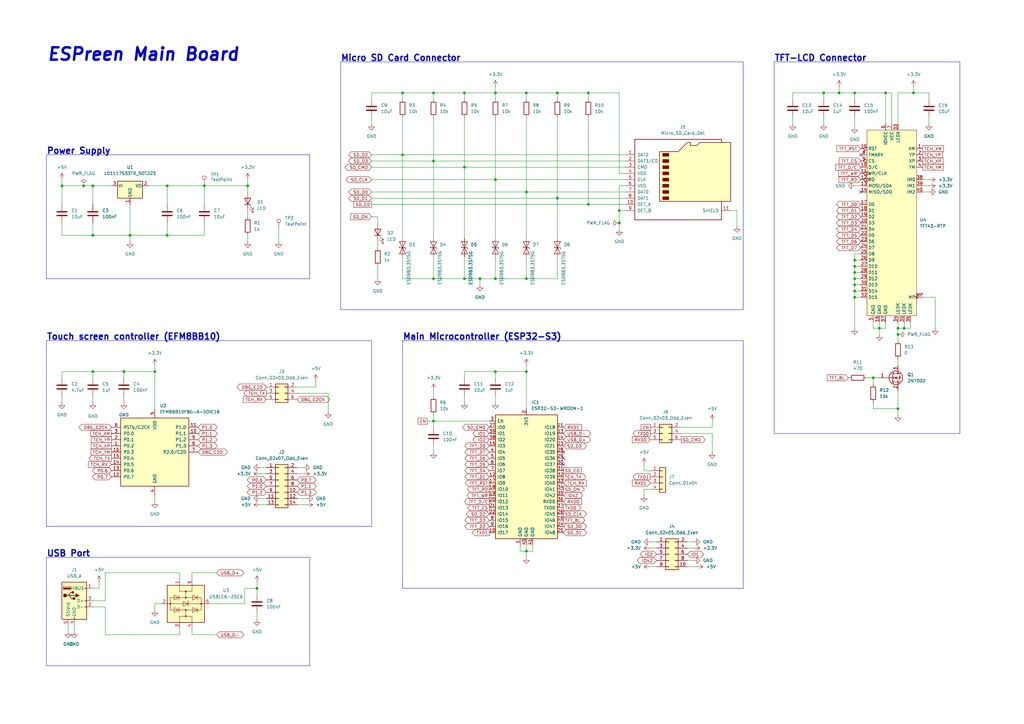
<source format=kicad_sch>
(kicad_sch (version 20230121) (generator eeschema)
  (paper "A3")
  (title_block (title "ESPreen main board") (date "2022-12-31") (rev "0.1") (company "R.B.R."))
  (junction (at 63.5 152.4))
  (junction (at 344.17 38.1))
  (junction (at 228.6 38.1))
  (junction (at 337.82 38.1))
  (junction (at 241.3 83.82))
  (junction (at 50.8 152.4))
  (junction (at 350.52 111.76))
  (junction (at 177.8 172.72))
  (junction (at 350.52 38.1))
  (junction (at 374.65 38.1))
  (junction (at 190.5 114.3))
  (junction (at 53.34 96.52))
  (junction (at 215.9 78.74))
  (junction (at 177.8 114.3))
  (junction (at 241.3 38.1))
  (junction (at 68.58 96.52))
  (junction (at 254 86.36))
  (junction (at 25.4 76.2))
  (junction (at 177.8 66.04))
  (junction (at 350.52 106.68))
  (junction (at 350.52 114.3))
  (junction (at 215.9 38.1))
  (junction (at 254 91.44))
  (junction (at 203.2 73.66))
  (junction (at 350.52 119.38))
  (junction (at 83.82 76.2))
  (junction (at 203.2 38.1))
  (junction (at 350.52 109.22))
  (junction (at 215.9 152.4))
  (junction (at 203.2 152.4))
  (junction (at 177.8 38.1))
  (junction (at 190.5 38.1))
  (junction (at 350.52 121.92))
  (junction (at 165.1 63.5))
  (junction (at 38.1 96.52))
  (junction (at 196.85 114.3))
  (junction (at 363.22 38.1))
  (junction (at 34.29 76.2))
  (junction (at 228.6 81.28))
  (junction (at 105.41 241.3))
  (junction (at 360.68 134.62))
  (junction (at 38.1 76.2))
  (junction (at 38.1 152.4))
  (junction (at 68.58 76.2))
  (junction (at 368.3 167.64))
  (junction (at 370.84 134.62))
  (junction (at 368.3 134.62))
  (junction (at 215.9 114.3))
  (junction (at 190.5 68.58))
  (junction (at 358.14 154.94))
  (junction (at 350.52 116.84))
  (junction (at 215.9 226.06))
  (junction (at 368.3 137.16))
  (junction (at 101.6 76.2))
  (junction (at 203.2 114.3))
  (junction (at 165.1 38.1))
  (no_connect (at 353.06 63.5))
  (no_connect (at 353.06 78.74))
  (no_connect (at 231.14 190.5))
  (no_connect (at 231.14 185.42))
  (no_connect (at 231.14 187.96))
  (wire (pts (xy 378.46 121.92) (xy 383.54 121.92)))
  (wire (pts (xy 325.12 38.1) (xy 337.82 38.1)))
  (wire (pts (xy 177.8 38.1) (xy 177.8 40.64)))
  (wire (pts (xy 279.4 177.8) (xy 292.1 177.8)))
  (wire (pts (xy 254 91.44) (xy 254 93.98)))
  (wire (pts (xy 190.5 154.94) (xy 190.5 152.4)))
  (polyline (pts (xy 152.4 215.9) (xy 19.05 215.9)))
  (polyline (pts (xy 19.05 63.5) (xy 127 63.5)))
  (wire (pts (xy 292.1 172.72) (xy 292.1 175.26)))
  (wire (pts (xy 215.9 149.86) (xy 215.9 152.4)))
  (wire (pts (xy 68.58 91.44) (xy 68.58 96.52)))
  (wire (pts (xy 83.82 76.2) (xy 83.82 83.82)))
  (wire (pts (xy 350.52 38.1) (xy 363.22 38.1)))
  (wire (pts (xy 86.36 247.65) (xy 100.33 247.65)))
  (wire (pts (xy 152.4 88.9) (xy 154.94 88.9)))
  (wire (pts (xy 241.3 38.1) (xy 241.3 40.64)))
  (wire (pts (xy 53.34 83.82) (xy 53.34 96.52)))
  (wire (pts (xy 38.1 162.56) (xy 38.1 165.1)))
  (wire (pts (xy 101.6 73.66) (xy 101.6 76.2)))
  (wire (pts (xy 370.84 132.08) (xy 370.84 134.62)))
  (polyline (pts (xy 19.05 63.5) (xy 19.05 114.3)))
  (wire (pts (xy 370.84 134.62) (xy 368.3 134.62)))
  (wire (pts (xy 121.92 207.01) (xy 125.73 207.01)))
  (wire (pts (xy 63.5 152.4) (xy 63.5 167.64)))
  (polyline (pts (xy 19.05 139.7) (xy 19.05 215.9)))
  (wire (pts (xy 378.46 73.66) (xy 381 73.66)))
  (wire (pts (xy 256.54 71.12) (xy 254 71.12)))
  (wire (pts (xy 215.9 38.1) (xy 215.9 40.64)))
  (wire (pts (xy 152.4 38.1) (xy 165.1 38.1)))
  (wire (pts (xy 101.6 96.52) (xy 101.6 99.06)))
  (wire (pts (xy 365.76 38.1) (xy 365.76 50.8)))
  (wire (pts (xy 350.52 76.2) (xy 353.06 76.2)))
  (wire (pts (xy 358.14 154.94) (xy 360.68 154.94)))
  (wire (pts (xy 63.5 203.2) (xy 63.5 205.74)))
  (wire (pts (xy 368.3 132.08) (xy 368.3 134.62)))
  (wire (pts (xy 25.4 91.44) (xy 25.4 96.52)))
  (wire (pts (xy 254 76.2) (xy 254 86.36)))
  (wire (pts (xy 363.22 38.1) (xy 365.76 38.1)))
  (wire (pts (xy 203.2 35.56) (xy 203.2 38.1)))
  (wire (pts (xy 25.4 154.94) (xy 25.4 152.4)))
  (polyline (pts (xy 127 273.05) (xy 19.05 273.05)))
  (wire (pts (xy 106.68 207.01) (xy 109.22 207.01)))
  (wire (pts (xy 38.1 91.44) (xy 38.1 96.52)))
  (wire (pts (xy 25.4 73.66) (xy 25.4 76.2)))
  (wire (pts (xy 177.8 66.04) (xy 256.54 66.04)))
  (wire (pts (xy 152.4 68.58) (xy 190.5 68.58)))
  (wire (pts (xy 215.9 97.79) (xy 215.9 78.74)))
  (wire (pts (xy 152.4 40.64) (xy 152.4 38.1)))
  (wire (pts (xy 350.52 119.38) (xy 350.52 121.92)))
  (wire (pts (xy 154.94 109.22) (xy 154.94 114.3)))
  (wire (pts (xy 368.3 147.32) (xy 368.3 149.86)))
  (wire (pts (xy 152.4 66.04) (xy 177.8 66.04)))
  (wire (pts (xy 215.9 226.06) (xy 215.9 228.6)))
  (wire (pts (xy 266.7 193.04) (xy 264.16 193.04)))
  (wire (pts (xy 190.5 38.1) (xy 203.2 38.1)))
  (wire (pts (xy 241.3 83.82) (xy 256.54 83.82)))
  (wire (pts (xy 25.4 152.4) (xy 38.1 152.4)))
  (polyline (pts (xy 304.8 139.7) (xy 304.8 241.3)))
  (wire (pts (xy 177.8 182.88) (xy 177.8 185.42)))
  (wire (pts (xy 78.74 234.95) (xy 78.74 237.49)))
  (wire (pts (xy 254 86.36) (xy 254 91.44)))
  (wire (pts (xy 218.44 226.06) (xy 215.9 226.06)))
  (wire (pts (xy 101.6 86.36) (xy 101.6 88.9)))
  (wire (pts (xy 254 86.36) (xy 256.54 86.36)))
  (wire (pts (xy 215.9 223.52) (xy 215.9 226.06)))
  (wire (pts (xy 254 38.1) (xy 241.3 38.1)))
  (wire (pts (xy 241.3 48.26) (xy 241.3 83.82)))
  (wire (pts (xy 165.1 114.3) (xy 177.8 114.3)))
  (wire (pts (xy 38.1 248.92) (xy 43.18 248.92)))
  (wire (pts (xy 203.2 162.56) (xy 203.2 165.1)))
  (wire (pts (xy 152.4 78.74) (xy 215.9 78.74)))
  (wire (pts (xy 177.8 114.3) (xy 190.5 114.3)))
  (wire (pts (xy 358.14 132.08) (xy 358.14 134.62)))
  (wire (pts (xy 203.2 152.4) (xy 203.2 154.94)))
  (wire (pts (xy 350.52 104.14) (xy 350.52 106.68)))
  (wire (pts (xy 358.14 134.62) (xy 360.68 134.62)))
  (wire (pts (xy 358.14 154.94) (xy 358.14 157.48)))
  (wire (pts (xy 360.68 134.62) (xy 363.22 134.62)))
  (polyline (pts (xy 393.7 177.8) (xy 317.5 177.8)))
  (polyline (pts (xy 304.8 241.3) (xy 165.1 241.3)))
  (wire (pts (xy 325.12 40.64) (xy 325.12 38.1)))
  (wire (pts (xy 363.22 38.1) (xy 363.22 50.8)))
  (wire (pts (xy 114.3 93.98) (xy 114.3 99.06)))
  (wire (pts (xy 63.5 149.86) (xy 63.5 152.4)))
  (wire (pts (xy 78.74 260.35) (xy 88.9 260.35)))
  (wire (pts (xy 350.52 116.84) (xy 350.52 119.38)))
  (polyline (pts (xy 19.05 228.6) (xy 19.05 273.05)))
  (wire (pts (xy 177.8 160.02) (xy 177.8 162.56)))
  (wire (pts (xy 350.52 119.38) (xy 353.06 119.38)))
  (wire (pts (xy 165.1 63.5) (xy 256.54 63.5)))
  (polyline (pts (xy 317.5 25.4) (xy 393.7 25.4)))
  (wire (pts (xy 38.1 76.2) (xy 38.1 83.82)))
  (wire (pts (xy 38.1 152.4) (xy 38.1 154.94)))
  (wire (pts (xy 203.2 38.1) (xy 203.2 40.64)))
  (wire (pts (xy 101.6 76.2) (xy 101.6 78.74)))
  (wire (pts (xy 228.6 81.28) (xy 256.54 81.28)))
  (wire (pts (xy 152.4 73.66) (xy 203.2 73.66)))
  (wire (pts (xy 105.41 241.3) (xy 105.41 238.76)))
  (wire (pts (xy 337.82 38.1) (xy 337.82 40.64)))
  (wire (pts (xy 177.8 170.18) (xy 177.8 172.72)))
  (wire (pts (xy 203.2 114.3) (xy 215.9 114.3)))
  (wire (pts (xy 38.1 152.4) (xy 50.8 152.4)))
  (wire (pts (xy 68.58 76.2) (xy 68.58 83.82)))
  (wire (pts (xy 228.6 81.28) (xy 228.6 97.79)))
  (wire (pts (xy 203.2 73.66) (xy 256.54 73.66)))
  (wire (pts (xy 203.2 73.66) (xy 203.2 97.79)))
  (wire (pts (xy 360.68 134.62) (xy 360.68 137.16)))
  (wire (pts (xy 350.52 106.68) (xy 350.52 109.22)))
  (wire (pts (xy 190.5 114.3) (xy 196.85 114.3)))
  (wire (pts (xy 190.5 162.56) (xy 190.5 165.1)))
  (wire (pts (xy 218.44 223.52) (xy 218.44 226.06)))
  (wire (pts (xy 281.94 224.79) (xy 284.48 224.79)))
  (wire (pts (xy 190.5 68.58) (xy 190.5 97.79)))
  (wire (pts (xy 165.1 40.64) (xy 165.1 38.1)))
  (wire (pts (xy 215.9 38.1) (xy 228.6 38.1)))
  (wire (pts (xy 381 40.64) (xy 381 38.1)))
  (polyline (pts (xy 317.5 25.4) (xy 317.5 177.8)))
  (wire (pts (xy 38.1 76.2) (xy 45.72 76.2)))
  (wire (pts (xy 43.18 260.35) (xy 73.66 260.35)))
  (wire (pts (xy 292.1 177.8) (xy 292.1 185.42)))
  (wire (pts (xy 190.5 152.4) (xy 203.2 152.4)))
  (wire (pts (xy 177.8 105.41) (xy 177.8 114.3)))
  (wire (pts (xy 38.1 246.38) (xy 43.18 246.38)))
  (wire (pts (xy 121.92 191.77) (xy 124.46 191.77)))
  (wire (pts (xy 63.5 247.65) (xy 66.04 247.65)))
  (wire (pts (xy 129.54 156.21) (xy 129.54 158.75)))
  (wire (pts (xy 196.85 114.3) (xy 196.85 116.84)))
  (wire (pts (xy 279.4 175.26) (xy 292.1 175.26)))
  (wire (pts (xy 337.82 38.1) (xy 344.17 38.1)))
  (wire (pts (xy 266.7 232.41) (xy 269.24 232.41)))
  (wire (pts (xy 121.92 158.75) (xy 129.54 158.75)))
  (wire (pts (xy 25.4 76.2) (xy 34.29 76.2)))
  (wire (pts (xy 353.06 104.14) (xy 350.52 104.14)))
  (wire (pts (xy 190.5 38.1) (xy 190.5 40.64)))
  (wire (pts (xy 106.68 204.47) (xy 109.22 204.47)))
  (wire (pts (xy 350.52 111.76) (xy 353.06 111.76)))
  (wire (pts (xy 350.52 109.22) (xy 350.52 111.76)))
  (polyline (pts (xy 304.8 127) (xy 139.7 127)))
  (wire (pts (xy 368.3 160.02) (xy 368.3 167.64)))
  (wire (pts (xy 38.1 241.3) (xy 40.64 241.3)))
  (wire (pts (xy 196.85 114.3) (xy 203.2 114.3)))
  (wire (pts (xy 215.9 105.41) (xy 215.9 114.3)))
  (wire (pts (xy 121.92 194.31) (xy 124.46 194.31)))
  (wire (pts (xy 350.52 116.84) (xy 353.06 116.84)))
  (polyline (pts (xy 127 228.6) (xy 127 273.05)))
  (wire (pts (xy 105.41 251.46) (xy 105.41 254)))
  (wire (pts (xy 100.33 241.3) (xy 105.41 241.3)))
  (wire (pts (xy 100.33 241.3) (xy 100.33 247.65)))
  (wire (pts (xy 374.65 35.56) (xy 374.65 38.1)))
  (polyline (pts (xy 19.05 228.6) (xy 127 228.6)))
  (wire (pts (xy 203.2 73.66) (xy 203.2 48.26)))
  (polyline (pts (xy 139.7 25.4) (xy 304.8 25.4)))
  (wire (pts (xy 34.29 76.2) (xy 38.1 76.2)))
  (wire (pts (xy 350.52 106.68) (xy 353.06 106.68)))
  (wire (pts (xy 38.1 96.52) (xy 53.34 96.52)))
  (wire (pts (xy 256.54 76.2) (xy 254 76.2)))
  (wire (pts (xy 154.94 88.9) (xy 154.94 91.44)))
  (wire (pts (xy 266.7 222.25) (xy 269.24 222.25)))
  (wire (pts (xy 43.18 234.95) (xy 73.66 234.95)))
  (wire (pts (xy 50.8 165.1) (xy 50.8 162.56)))
  (wire (pts (xy 281.94 229.87) (xy 284.48 229.87)))
  (wire (pts (xy 83.82 91.44) (xy 83.82 96.52)))
  (wire (pts (xy 105.41 241.3) (xy 105.41 243.84)))
  (wire (pts (xy 83.82 96.52) (xy 68.58 96.52)))
  (wire (pts (xy 68.58 76.2) (xy 83.82 76.2)))
  (wire (pts (xy 264.16 200.66) (xy 264.16 203.2)))
  (wire (pts (xy 203.2 152.4) (xy 215.9 152.4)))
  (wire (pts (xy 337.82 48.26) (xy 337.82 50.8)))
  (wire (pts (xy 78.74 257.81) (xy 78.74 260.35)))
  (wire (pts (xy 190.5 68.58) (xy 256.54 68.58)))
  (wire (pts (xy 264.16 190.5) (xy 264.16 193.04)))
  (wire (pts (xy 368.3 134.62) (xy 368.3 137.16)))
  (wire (pts (xy 350.52 38.1) (xy 350.52 40.64)))
  (wire (pts (xy 50.8 152.4) (xy 50.8 154.94)))
  (wire (pts (xy 152.4 83.82) (xy 241.3 83.82)))
  (polyline (pts (xy 139.7 127) (xy 139.7 25.4)))
  (wire (pts (xy 121.92 204.47) (xy 125.73 204.47)))
  (wire (pts (xy 350.52 114.3) (xy 350.52 116.84)))
  (polyline (pts (xy 127 114.3) (xy 19.05 114.3)))
  (wire (pts (xy 363.22 132.08) (xy 363.22 134.62)))
  (wire (pts (xy 154.94 99.06) (xy 154.94 101.6)))
  (wire (pts (xy 373.38 132.08) (xy 373.38 134.62)))
  (wire (pts (xy 190.5 68.58) (xy 190.5 48.26)))
  (wire (pts (xy 83.82 76.2) (xy 101.6 76.2)))
  (wire (pts (xy 121.92 161.29) (xy 134.62 161.29)))
  (wire (pts (xy 368.3 50.8) (xy 368.3 38.1)))
  (wire (pts (xy 106.68 194.31) (xy 109.22 194.31)))
  (wire (pts (xy 165.1 63.5) (xy 165.1 48.26)))
  (wire (pts (xy 177.8 172.72) (xy 177.8 175.26)))
  (wire (pts (xy 30.48 256.54) (xy 30.48 259.08)))
  (wire (pts (xy 350.52 121.92) (xy 350.52 134.62)))
  (wire (pts (xy 203.2 38.1) (xy 215.9 38.1)))
  (wire (pts (xy 281.94 232.41) (xy 285.75 232.41)))
  (wire (pts (xy 350.52 48.26) (xy 350.52 52.07)))
  (wire (pts (xy 215.9 78.74) (xy 256.54 78.74)))
  (wire (pts (xy 177.8 38.1) (xy 190.5 38.1)))
  (wire (pts (xy 381 48.26) (xy 381 50.8)))
  (polyline (pts (xy 152.4 139.7) (xy 152.4 215.9)))
  (wire (pts (xy 165.1 63.5) (xy 165.1 97.79)))
  (polyline (pts (xy 165.1 139.7) (xy 304.8 139.7)))
  (wire (pts (xy 63.5 247.65) (xy 63.5 250.19)))
  (wire (pts (xy 152.4 63.5) (xy 165.1 63.5)))
  (wire (pts (xy 73.66 257.81) (xy 73.66 260.35)))
  (wire (pts (xy 40.64 241.3) (xy 40.64 238.76)))
  (wire (pts (xy 78.74 234.95) (xy 88.9 234.95)))
  (polyline (pts (xy 127 63.5) (xy 127 114.3)))
  (wire (pts (xy 350.52 109.22) (xy 353.06 109.22)))
  (wire (pts (xy 374.65 38.1) (xy 381 38.1)))
  (wire (pts (xy 350.52 114.3) (xy 353.06 114.3)))
  (wire (pts (xy 203.2 105.41) (xy 203.2 114.3)))
  (wire (pts (xy 373.38 134.62) (xy 370.84 134.62)))
  (wire (pts (xy 152.4 48.26) (xy 152.4 50.8)))
  (wire (pts (xy 281.94 222.25) (xy 284.48 222.25)))
  (wire (pts (xy 134.62 161.29) (xy 134.62 168.91)))
  (wire (pts (xy 302.26 86.36) (xy 302.26 92.71)))
  (wire (pts (xy 228.6 38.1) (xy 241.3 38.1)))
  (wire (pts (xy 213.36 223.52) (xy 213.36 226.06)))
  (wire (pts (xy 165.1 105.41) (xy 165.1 114.3)))
  (wire (pts (xy 302.26 86.36) (xy 299.72 86.36)))
  (wire (pts (xy 43.18 246.38) (xy 43.18 234.95)))
  (wire (pts (xy 228.6 105.41) (xy 228.6 114.3)))
  (wire (pts (xy 350.52 121.92) (xy 353.06 121.92)))
  (wire (pts (xy 152.4 81.28) (xy 228.6 81.28)))
  (wire (pts (xy 106.68 191.77) (xy 109.22 191.77)))
  (wire (pts (xy 190.5 105.41) (xy 190.5 114.3)))
  (wire (pts (xy 378.46 76.2) (xy 381 76.2)))
  (wire (pts (xy 383.54 121.92) (xy 383.54 134.62)))
  (wire (pts (xy 177.8 172.72) (xy 200.66 172.72)))
  (wire (pts (xy 177.8 66.04) (xy 177.8 48.26)))
  (wire (pts (xy 355.6 154.94) (xy 358.14 154.94)))
  (polyline (pts (xy 304.8 25.4) (xy 304.8 127)))
  (wire (pts (xy 325.12 48.26) (xy 325.12 50.8)))
  (wire (pts (xy 266.7 224.79) (xy 269.24 224.79)))
  (wire (pts (xy 213.36 226.06) (xy 215.9 226.06)))
  (wire (pts (xy 27.94 256.54) (xy 27.94 259.08)))
  (wire (pts (xy 350.52 111.76) (xy 350.52 114.3)))
  (wire (pts (xy 60.96 76.2) (xy 68.58 76.2)))
  (wire (pts (xy 215.9 114.3) (xy 228.6 114.3)))
  (wire (pts (xy 344.17 38.1) (xy 350.52 38.1)))
  (wire (pts (xy 177.8 66.04) (xy 177.8 97.79)))
  (wire (pts (xy 73.66 234.95) (xy 73.66 237.49)))
  (wire (pts (xy 43.18 248.92) (xy 43.18 260.35)))
  (wire (pts (xy 53.34 96.52) (xy 53.34 99.06)))
  (wire (pts (xy 360.68 132.08) (xy 360.68 134.62)))
  (wire (pts (xy 368.3 137.16) (xy 368.3 139.7)))
  (wire (pts (xy 358.14 165.1) (xy 358.14 167.64)))
  (wire (pts (xy 378.46 78.74) (xy 381 78.74)))
  (polyline (pts (xy 165.1 139.7) (xy 165.1 241.3)))
  (wire (pts (xy 228.6 81.28) (xy 228.6 48.26)))
  (wire (pts (xy 254 71.12) (xy 254 38.1)))
  (wire (pts (xy 175.26 172.72) (xy 177.8 172.72)))
  (wire (pts (xy 266.7 200.66) (xy 264.16 200.66)))
  (wire (pts (xy 368.3 38.1) (xy 374.65 38.1)))
  (wire (pts (xy 165.1 38.1) (xy 177.8 38.1)))
  (polyline (pts (xy 393.7 25.4) (xy 393.7 177.8)))
  (wire (pts (xy 215.9 152.4) (xy 215.9 167.64)))
  (wire (pts (xy 50.8 152.4) (xy 63.5 152.4)))
  (wire (pts (xy 368.3 167.64) (xy 368.3 170.18)))
  (wire (pts (xy 25.4 83.82) (xy 25.4 76.2)))
  (wire (pts (xy 358.14 167.64) (xy 368.3 167.64)))
  (wire (pts (xy 25.4 96.52) (xy 38.1 96.52)))
  (wire (pts (xy 68.58 96.52) (xy 53.34 96.52)))
  (wire (pts (xy 215.9 78.74) (xy 215.9 48.26)))
  (polyline (pts (xy 19.05 139.7) (xy 152.4 139.7)))
  (wire (pts (xy 228.6 38.1) (xy 228.6 40.64)))
  (wire (pts (xy 25.4 162.56) (xy 25.4 165.1)))
  (wire (pts (xy 344.17 35.56) (xy 344.17 38.1)))
  (text "TFT-LCD Connector" (at 317.5 25.4 0) (effects (font (size 2.54 2.54) bold) (justify left bottom)))
  (text "Touch screen controller (EFM8BB10)" (at 19.05 139.7 0) (effects (font (size 2.54 2.54) bold) (justify left bottom)))
  (text "ESPreen Main Board" (at 19.05 25.4 0) (effects (font (size 5.08 5.08) (thickness 1.016) bold italic) (justify left bottom)))
  (text "Micro SD Card Connector" (at 139.7 25.4 0) (effects (font (size 2.54 2.54) bold) (justify left bottom)))
  (text "Main Microcontroller (ESP32-S3)" (at 165.1 139.7 0) (effects (font (size 2.54 2.54) bold) (justify left bottom)))
  (text "Power Supply" (at 19.05 63.5 0) (effects (font (size 2.54 2.54) (thickness 0.508) bold) (justify left bottom)))
  (text "USB Port" (at 19.05 228.6 0) (effects (font (size 2.54 2.54) bold) (justify left bottom)))
  (global_label "SD_D1" (shape bidirectional) (at 231.14 218.44 0) (property "Intersheetrefs" "${INTERSHEET_REFS}" (effects hide)))
  (global_label "TFT_D{slash}C" (shape output) (at 200.66 205.74 180) (property "Intersheetrefs" "${INTERSHEET_REFS}" (effects hide)))
  (global_label "TFT_RD" (shape output) (at 200.66 200.66 180) (property "Intersheetrefs" "${INTERSHEET_REFS}" (effects hide)))
  (global_label "TFT_RD" (shape input) (at 353.06 73.66 180) (property "Intersheetrefs" "${INTERSHEET_REFS}" (effects hide)))
  (global_label "TCH_XP" (shape passive) (at 378.46 66.04 0) (property "Intersheetrefs" "${INTERSHEET_REFS}" (effects hide)))
  (global_label "USB_D-" (shape bidirectional) (at 88.9 260.35 0) (property "Intersheetrefs" "${INTERSHEET_REFS}" (effects hide)))
  (global_label "TXD1" (shape output) (at 200.66 218.44 180) (property "Intersheetrefs" "${INTERSHEET_REFS}" (effects hide)))
  (global_label "DBG_C2CK" (shape tri_state) (at 45.72 175.26 180) (property "Intersheetrefs" "${INTERSHEET_REFS}" (effects hide)))
  (global_label "IO42" (shape tri_state) (at 269.24 229.87 180) (property "Intersheetrefs" "${INTERSHEET_REFS}" (effects hide)))
  (global_label "SD_ON" (shape input) (at 152.4 88.9 180) (property "Intersheetrefs" "${INTERSHEET_REFS}" (effects hide)))
  (global_label "TCH_XP" (shape passive) (at 45.72 182.88 180) (property "Intersheetrefs" "${INTERSHEET_REFS}" (effects hide)))
  (global_label "P0.6" (shape tri_state) (at 45.72 193.04 180) (property "Intersheetrefs" "${INTERSHEET_REFS}" (effects hide)))
  (global_label "TCH_YM" (shape passive) (at 45.72 185.42 180) (property "Intersheetrefs" "${INTERSHEET_REFS}" (effects hide)))
  (global_label "P1.2" (shape tri_state) (at 109.22 201.93 180) (property "Intersheetrefs" "${INTERSHEET_REFS}" (effects hide)))
  (global_label "USB_D+" (shape bidirectional) (at 88.9 234.95 0) (property "Intersheetrefs" "${INTERSHEET_REFS}" (effects hide)))
  (global_label "RXD1" (shape input) (at 266.7 198.12 180) (property "Intersheetrefs" "${INTERSHEET_REFS}" (effects hide)))
  (global_label "SD_ON" (shape output) (at 231.14 200.66 0) (property "Intersheetrefs" "${INTERSHEET_REFS}" (effects hide)))
  (global_label "SD_D2" (shape bidirectional) (at 152.4 63.5 180) (property "Intersheetrefs" "${INTERSHEET_REFS}" (effects hide)))
  (global_label "TFT_BL" (shape input) (at 347.98 154.94 180) (property "Intersheetrefs" "${INTERSHEET_REFS}" (effects hide)))
  (global_label "SD_CD" (shape passive) (at 152.4 83.82 180) (property "Intersheetrefs" "${INTERSHEET_REFS}" (effects hide)))
  (global_label "USB_D-" (shape bidirectional) (at 231.14 177.8 0) (property "Intersheetrefs" "${INTERSHEET_REFS}" (effects hide)))
  (global_label "TFT_D6" (shape bidirectional) (at 200.66 187.96 180) (property "Intersheetrefs" "${INTERSHEET_REFS}" (effects hide)))
  (global_label "TFT_D5" (shape bidirectional) (at 353.06 96.52 180) (property "Intersheetrefs" "${INTERSHEET_REFS}" (effects hide)))
  (global_label "TFT_WR" (shape output) (at 200.66 203.2 180) (property "Intersheetrefs" "${INTERSHEET_REFS}" (effects hide)))
  (global_label "IO2" (shape tri_state) (at 200.66 180.34 180) (property "Intersheetrefs" "${INTERSHEET_REFS}" (effects hide)))
  (global_label "P1.3" (shape tri_state) (at 121.92 201.93 0) (property "Intersheetrefs" "${INTERSHEET_REFS}" (effects hide)))
  (global_label "IO1" (shape tri_state) (at 281.94 227.33 0) (property "Intersheetrefs" "${INTERSHEET_REFS}" (effects hide)))
  (global_label "TXD0" (shape output) (at 266.7 177.8 180) (property "Intersheetrefs" "${INTERSHEET_REFS}" (effects hide)))
  (global_label "DBG_C2CK" (shape tri_state) (at 121.92 163.83 0) (property "Intersheetrefs" "${INTERSHEET_REFS}" (effects hide)))
  (global_label "TFT_D1" (shape bidirectional) (at 200.66 195.58 180) (property "Intersheetrefs" "${INTERSHEET_REFS}" (effects hide)))
  (global_label "TFT_D5" (shape bidirectional) (at 200.66 190.5 180) (property "Intersheetrefs" "${INTERSHEET_REFS}" (effects hide)))
  (global_label "TCH_RX" (shape input) (at 109.22 163.83 180) (property "Intersheetrefs" "${INTERSHEET_REFS}" (effects hide)))
  (global_label "SD_CMD" (shape output) (at 279.4 180.34 0) (property "Intersheetrefs" "${INTERSHEET_REFS}" (effects hide)))
  (global_label "TCH_TX" (shape output) (at 231.14 195.58 0) (property "Intersheetrefs" "${INTERSHEET_REFS}" (effects hide)))
  (global_label "TFT_D{slash}C" (shape input) (at 353.06 68.58 180) (property "Intersheetrefs" "${INTERSHEET_REFS}" (effects hide)))
  (global_label "SD_CLK" (shape output) (at 231.14 210.82 0) (property "Intersheetrefs" "${INTERSHEET_REFS}" (effects hide)))
  (global_label "P1.1" (shape tri_state) (at 121.92 199.39 0) (property "Intersheetrefs" "${INTERSHEET_REFS}" (effects hide)))
  (global_label "TFT_RST" (shape input) (at 353.06 60.96 180) (property "Intersheetrefs" "${INTERSHEET_REFS}" (effects hide)))
  (global_label "DBG_C2D" (shape tri_state) (at 81.28 185.42 0) (property "Intersheetrefs" "${INTERSHEET_REFS}" (effects hide)))
  (global_label "IO42" (shape tri_state) (at 231.14 203.2 0) (property "Intersheetrefs" "${INTERSHEET_REFS}" (effects hide)))
  (global_label "TFT_D6" (shape bidirectional) (at 353.06 99.06 180) (property "Intersheetrefs" "${INTERSHEET_REFS}" (effects hide)))
  (global_label "SD_D2" (shape bidirectional) (at 200.66 210.82 180) (property "Intersheetrefs" "${INTERSHEET_REFS}" (effects hide)))
  (global_label "SD_D3" (shape bidirectional) (at 152.4 66.04 180) (property "Intersheetrefs" "${INTERSHEET_REFS}" (effects hide)))
  (global_label "SD_CMD" (shape bidirectional) (at 200.66 175.26 180) (property "Intersheetrefs" "${INTERSHEET_REFS}" (effects hide)))
  (global_label "TFT_D3" (shape bidirectional) (at 200.66 213.36 180) (property "Intersheetrefs" "${INTERSHEET_REFS}" (effects hide)))
  (global_label "SD_D0" (shape bidirectional) (at 231.14 215.9 0) (property "Intersheetrefs" "${INTERSHEET_REFS}" (effects hide)))
  (global_label "TCH_RX" (shape input) (at 45.72 190.5 180) (property "Intersheetrefs" "${INTERSHEET_REFS}" (effects hide)))
  (global_label "TCH_TX" (shape output) (at 45.72 187.96 180) (property "Intersheetrefs" "${INTERSHEET_REFS}" (effects hide)))
  (global_label "P0.7" (shape tri_state) (at 45.72 195.58 180) (property "Intersheetrefs" "${INTERSHEET_REFS}" (effects hide)))
  (global_label "TXD1" (shape output) (at 266.7 195.58 180) (property "Intersheetrefs" "${INTERSHEET_REFS}" (effects hide)))
  (global_label "P0.7" (shape tri_state) (at 121.92 196.85 0) (property "Intersheetrefs" "${INTERSHEET_REFS}" (effects hide)))
  (global_label "RXD1" (shape input) (at 231.14 175.26 0) (property "Intersheetrefs" "${INTERSHEET_REFS}" (effects hide)))
  (global_label "TCH_XM" (shape passive) (at 378.46 60.96 0) (property "Intersheetrefs" "${INTERSHEET_REFS}" (effects hide)))
  (global_label "TFT_D2" (shape bidirectional) (at 353.06 88.9 180) (property "Intersheetrefs" "${INTERSHEET_REFS}" (effects hide)))
  (global_label "RXD0" (shape input) (at 266.7 180.34 180) (property "Intersheetrefs" "${INTERSHEET_REFS}" (effects hide)))
  (global_label "TFT_RST" (shape output) (at 200.66 198.12 180) (property "Intersheetrefs" "${INTERSHEET_REFS}" (effects hide)))
  (global_label "SD_CLK" (shape bidirectional) (at 152.4 73.66 180) (property "Intersheetrefs" "${INTERSHEET_REFS}" (effects hide)))
  (global_label "TFT_D7" (shape bidirectional) (at 200.66 185.42 180) (property "Intersheetrefs" "${INTERSHEET_REFS}" (effects hide)))
  (global_label "TFT_D3" (shape bidirectional) (at 353.06 91.44 180) (property "Intersheetrefs" "${INTERSHEET_REFS}" (effects hide)))
  (global_label "TFT_D2" (shape bidirectional) (at 200.66 215.9 180) (property "Intersheetrefs" "${INTERSHEET_REFS}" (effects hide)))
  (global_label "TXD0" (shape output) (at 231.14 208.28 0) (property "Intersheetrefs" "${INTERSHEET_REFS}" (effects hide)))
  (global_label "TCH_YP" (shape passive) (at 45.72 180.34 180) (property "Intersheetrefs" "${INTERSHEET_REFS}" (effects hide)))
  (global_label "TFT_D4" (shape bidirectional) (at 200.66 193.04 180) (property "Intersheetrefs" "${INTERSHEET_REFS}" (effects hide)))
  (global_label "P1.3" (shape tri_state) (at 81.28 182.88 0) (property "Intersheetrefs" "${INTERSHEET_REFS}" (effects hide)))
  (global_label "EN" (shape passive) (at 175.26 172.72 180) (property "Intersheetrefs" "${INTERSHEET_REFS}" (effects hide)))
  (global_label "TFT_CS" (shape input) (at 353.06 66.04 180) (property "Intersheetrefs" "${INTERSHEET_REFS}" (effects hide)))
  (global_label "TCH_XM" (shape passive) (at 45.72 177.8 180) (property "Intersheetrefs" "${INTERSHEET_REFS}" (effects hide)))
  (global_label "TFT_D0" (shape bidirectional) (at 353.06 83.82 180) (property "Intersheetrefs" "${INTERSHEET_REFS}" (effects hide)))
  (global_label "RXD0" (shape input) (at 231.14 205.74 0) (property "Intersheetrefs" "${INTERSHEET_REFS}" (effects hide)))
  (global_label "DBG_C2D" (shape tri_state) (at 109.22 158.75 180) (property "Intersheetrefs" "${INTERSHEET_REFS}" (effects hide)))
  (global_label "TFT_BL" (shape output) (at 231.14 213.36 0) (property "Intersheetrefs" "${INTERSHEET_REFS}" (effects hide)))
  (global_label "TCH_RX" (shape input) (at 231.14 198.12 0) (property "Intersheetrefs" "${INTERSHEET_REFS}" (effects hide)))
  (global_label "USB_D+" (shape bidirectional) (at 231.14 180.34 0) (property "Intersheetrefs" "${INTERSHEET_REFS}" (effects hide)))
  (global_label "TFT_D0" (shape bidirectional) (at 200.66 182.88 180) (property "Intersheetrefs" "${INTERSHEET_REFS}" (effects hide)))
  (global_label "TFT_D1" (shape bidirectional) (at 353.06 86.36 180) (property "Intersheetrefs" "${INTERSHEET_REFS}" (effects hide)))
  (global_label "P1.0" (shape tri_state) (at 109.22 199.39 180) (property "Intersheetrefs" "${INTERSHEET_REFS}" (effects hide)))
  (global_label "TFT_WR" (shape input) (at 353.06 71.12 180) (property "Intersheetrefs" "${INTERSHEET_REFS}" (effects hide)))
  (global_label "P1.1" (shape tri_state) (at 81.28 177.8 0) (property "Intersheetrefs" "${INTERSHEET_REFS}" (effects hide)))
  (global_label "P0.6" (shape tri_state) (at 109.22 196.85 180) (property "Intersheetrefs" "${INTERSHEET_REFS}" (effects hide)))
  (global_label "P1.2" (shape tri_state) (at 81.28 180.34 0) (property "Intersheetrefs" "${INTERSHEET_REFS}" (effects hide)))
  (global_label "TCH_TX" (shape output) (at 109.22 161.29 180) (property "Intersheetrefs" "${INTERSHEET_REFS}" (effects hide)))
  (global_label "TFT_D7" (shape bidirectional) (at 353.06 101.6 180) (property "Intersheetrefs" "${INTERSHEET_REFS}" (effects hide)))
  (global_label "TFT_D4" (shape bidirectional) (at 353.06 93.98 180) (property "Intersheetrefs" "${INTERSHEET_REFS}" (effects hide)))
  (global_label "P1.0" (shape tri_state) (at 81.28 175.26 0) (property "Intersheetrefs" "${INTERSHEET_REFS}" (effects hide)))
  (global_label "SD_D1" (shape bidirectional) (at 152.4 81.28 180) (property "Intersheetrefs" "${INTERSHEET_REFS}" (effects hide)))
  (global_label "SD_CMD" (shape bidirectional) (at 152.4 68.58 180) (property "Intersheetrefs" "${INTERSHEET_REFS}" (effects hide)))
  (global_label "IO1" (shape tri_state) (at 200.66 177.8 180) (property "Intersheetrefs" "${INTERSHEET_REFS}" (effects hide)))
  (global_label "SD_CD" (shape passive) (at 231.14 193.04 0) (property "Intersheetrefs" "${INTERSHEET_REFS}" (effects hide)))
  (global_label "EN" (shape passive) (at 266.7 175.26 180) (property "Intersheetrefs" "${INTERSHEET_REFS}" (effects hide)))
  (global_label "SD_D3" (shape bidirectional) (at 231.14 182.88 0) (property "Intersheetrefs" "${INTERSHEET_REFS}" (effects hide)))
  (global_label "SD_D0" (shape bidirectional) (at 152.4 78.74 180) (property "Intersheetrefs" "${INTERSHEET_REFS}" (effects hide)))
  (global_label "IO2" (shape tri_state) (at 269.24 227.33 180) (property "Intersheetrefs" "${INTERSHEET_REFS}" (effects hide)))
  (global_label "TFT_CS" (shape output) (at 200.66 208.28 180) (property "Intersheetrefs" "${INTERSHEET_REFS}" (effects hide)))
  (global_label "TCH_YM" (shape passive) (at 378.46 68.58 0) (property "Intersheetrefs" "${INTERSHEET_REFS}" (effects hide)))
  (global_label "TCH_YP" (shape passive) (at 378.46 63.5 0) (property "Intersheetrefs" "${INTERSHEET_REFS}" (effects hide)))
  (symbol (lib_id "power:GND") (at 350.52 134.62 0) (unit 1)
    (property "Reference" "#PWR059" (effects hide))
    (property "Value" "GND" (effects hide))
  )
  (symbol (lib_id "Device:C") (at 177.8 179.07 0) (unit 1)
    (property "Reference" "C10" (at 181.61 177.7999 0) (effects (justify left)))
    (property "Value" "100nF" (at 181.61 180.3399 0) (effects (justify left)))
    (property "Footprint" "Capacitor_SMD:C_0603_1608Metric_Pad1.08x0.95mm_HandSolder" (effects hide))
  )
  (symbol (lib_id "Connector:USB_A") (at 30.48 246.38 0) (unit 1)
    (property "Reference" "J1" (at 30.48 233.68 0))
    (property "Value" "USB_A" (at 30.48 236.22 0))
    (property "Footprint" "Connector_USB:USB_A_Molex_67643_Horizontal" (effects hide))
    (property "Datasheet" " ~" (effects hide))
  )
  (symbol (lib_id "power:GND") (at 360.68 137.16 0) (unit 1)
    (property "Reference" "#PWR060" (effects hide))
    (property "Value" "GND" (effects hide))
  )
  (symbol (lib_id "power:+3.3V") (at 381 73.66 270) (unit 1)
    (property "Reference" "#PWR064" (effects hide))
    (property "Value" "+3.3V" (at 384.81 73.6599 90) (effects (justify left)))
  )
  (symbol (lib_id "Connector:TestPoint") (at 114.3 93.98 0) (unit 1)
    (property "Reference" "TP2" (at 116.84 89.4079 0) (effects (justify left)))
    (property "Value" "TestPoint" (at 116.84 91.9479 0) (effects (justify left)))
    (property "Footprint" "TestPoint:TestPoint_Pad_D1.0mm" (effects hide))
  )
  (symbol (lib_id "power:+5V") (at 292.1 172.72 0) (unit 1)
    (property "Reference" "#PWR052" (effects hide))
    (property "Value" "+5V" (at 292.1 167.64 0))
  )
  (symbol (lib_id "power:GND") (at 383.54 134.62 0) (unit 1)
    (property "Reference" "#PWR067" (effects hide))
    (property "Value" "GND" (effects hide))
  )
  (symbol (lib_id "Connector_Generic:Conn_02x05_Odd_Even") (at 274.32 227.33 0) (unit 1)
    (property "Reference" "J4" (at 275.59 215.9 0))
    (property "Value" "Conn_02x05_Odd_Even" (at 275.59 218.44 0))
    (property "Footprint" "Connector_PinHeader_2.54mm:PinHeader_2x05_P2.54mm_Vertical" (effects hide))
  )
  (symbol (lib_id "Device:R") (at 177.8 44.45 0) (unit 1)
    (property "Reference" "R4" (at 180.34 43.1799 0) (effects (justify left)))
    (property "Value" "10k" (at 180.34 45.7199 0) (effects (justify left)))
    (property "Footprint" "Resistor_SMD:R_0603_1608Metric_Pad0.98x0.95mm_HandSolder" (effects hide))
  )
  (symbol (lib_id "power:GND") (at 190.5 165.1 0) (unit 1)
    (property "Reference" "#PWR037" (effects hide))
    (property "Value" "GND" (effects hide))
  )
  (symbol (lib_id "Device:C") (at 38.1 87.63 0) (unit 1)
    (property "Reference" "C3" (at 41.91 86.3599 0) (effects (justify left)))
    (property "Value" "100nF" (at 41.91 88.8999 0) (effects (justify left)))
    (property "Footprint" "Capacitor_SMD:C_0603_1608Metric_Pad1.08x0.95mm_HandSolder" (effects hide))
  )
  (symbol (lib_name "GND_1") (lib_id "power:GND") (at 302.26 92.71 0) (unit 1)
    (property "Reference" "#PWR051" (effects hide))
    (property "Value" "GND" (at 302.26 97.79 0))
  )
  (symbol (lib_id "Device:R") (at 368.3 143.51 0) (unit 1)
    (property "Reference" "R13" (at 370.84 142.2399 0) (effects (justify left)))
    (property "Value" "0" (at 370.84 144.7799 0) (effects (justify left)))
    (property "Footprint" "Resistor_SMD:R_0603_1608Metric_Pad0.98x0.95mm_HandSolder" (effects hide))
  )
  (symbol (lib_id "Device:R") (at 190.5 44.45 0) (unit 1)
    (property "Reference" "R5" (at 193.04 43.1799 0) (effects (justify left)))
    (property "Value" "10k" (at 193.04 45.7199 0) (effects (justify left)))
    (property "Footprint" "Resistor_SMD:R_0603_1608Metric_Pad0.98x0.95mm_HandSolder" (effects hide))
  )
  (symbol (lib_id "Diode:ESD9B3.3ST5G") (at 190.5 101.6 90) (unit 1)
    (property "Reference" "D5" (at 193.04 100.3299 90) (effects (justify right)))
    (property "Value" "ESD9B3.3ST5G" (at 193.04 102.8699 0) (effects (justify right)))
    (property "Footprint" "Diode_SMD:D_SOD-523" (effects hide))
    (property "Datasheet" "https://www.onsemi.com/pub/Collateral/ESD9B-D.PDF" (effects hide))
  )
  (symbol (lib_id "power:GND") (at 125.73 204.47 90) (unit 1)
    (property "Reference" "#PWR021" (effects hide))
    (property "Value" "GND" (at 129.54 204.4699 90) (effects (justify right)))
  )
  (symbol (lib_id "Connector_Generic:Conn_02x07_Odd_Even") (at 114.3 199.39 0) (unit 1)
    (property "Reference" "J2" (at 115.57 185.42 0))
    (property "Value" "Conn_02x07_Odd_Even" (at 115.57 187.96 0))
    (property "Footprint" "Connector_PinHeader_2.54mm:PinHeader_2x07_P2.54mm_Vertical" (effects hide))
  )
  (symbol (lib_id "power:GND") (at 124.46 191.77 90) (unit 1)
    (property "Reference" "#PWR019" (effects hide))
    (property "Value" "GND" (at 128.27 191.7699 90) (effects (justify right)))
  )
  (symbol (lib_id "power:GND") (at 196.85 116.84 0) (unit 1)
    (property "Reference" "#PWR033" (effects hide))
    (property "Value" "GND" (at 196.85 121.92 0))
  )
  (symbol (lib_id "power:GND") (at 350.52 76.2 270) (unit 1)
    (property "Reference" "#PWR058" (effects hide))
    (property "Value" "GND" (at 346.71 76.1999 90) (effects (justify right)))
  )
  (symbol (lib_id "power:+5V") (at 129.54 156.21 0) (unit 1)
    (property "Reference" "#PWR029" (effects hide))
    (property "Value" "+5V" (at 129.54 151.13 0))
  )
  (symbol (lib_id "Device:R") (at 241.3 44.45 0) (unit 1)
    (property "Reference" "R10" (at 243.84 43.1799 0) (effects (justify left)))
    (property "Value" "10k" (at 243.84 45.7199 0) (effects (justify left)))
    (property "Footprint" "Resistor_SMD:R_0603_1608Metric_Pad0.98x0.95mm_HandSolder" (effects hide))
  )
  (symbol (lib_id "Device:R") (at 351.79 154.94 90) (unit 1)
    (property "Reference" "R11" (at 351.79 148.59 90))
    (property "Value" "470" (at 351.79 151.13 90))
    (property "Footprint" "Resistor_SMD:R_0603_1608Metric_Pad0.98x0.95mm_HandSolder" (effects hide))
  )
  (symbol (lib_id "power:GND") (at 254 93.98 0) (unit 1)
    (property "Reference" "#PWR048" (effects hide))
    (property "Value" "GND" (at 254 99.06 0))
  )
  (symbol (lib_id "Connector_Generic:Conn_01x04") (at 271.78 195.58 0) (unit 1)
    (property "Reference" "J7" (at 274.32 195.5799 0) (effects (justify left)))
    (property "Value" "Conn_01x04" (at 274.32 198.1199 0) (effects (justify left)))
    (property "Footprint" "Connector_Molex+:Molex_SL_70553-0004_1x04_P2.54mm_Horizontal" (effects hide))
  )
  (symbol (lib_id "power:+5V") (at 25.4 73.66 0) (unit 1)
    (property "Reference" "#PWR01" (effects hide))
    (property "Value" "+5V" (at 25.4 68.58 0))
  )
  (symbol (lib_id "power:GND") (at 215.9 228.6 0) (unit 1)
    (property "Reference" "#PWR043" (effects hide))
    (property "Value" "GND" (effects hide))
  )
  (symbol (lib_id "power:GND") (at 264.16 203.2 0) (unit 1)
    (property "Reference" "#PWR050" (effects hide))
    (property "Value" "GND" (at 264.16 208.28 0))
  )
  (symbol (lib_id "Device:C") (at 190.5 158.75 0) (unit 1)
    (property "Reference" "C11" (at 194.31 157.4799 0) (effects (justify left)))
    (property "Value" "10uF" (at 194.31 160.0199 0) (effects (justify left)))
    (property "Footprint" "Capacitor_SMD:C_0603_1608Metric_Pad1.08x0.95mm_HandSolder" (effects hide))
  )
  (symbol (lib_id "MCU_SiliconLabs:EFM8BB10F8G-A-SOIC16") (at 63.5 185.42 0) (unit 1)
    (property "Reference" "U2" (at 65.5194 166.37 0) (effects (justify left)))
    (property "Value" "EFM8BB10F8G-A-SOIC16" (at 65.5194 168.91 0) (effects (justify left)))
    (property "Footprint" "Package_SO:SOIC-16_3.9x9.9mm_P1.27mm" (effects hide))
    (property "Datasheet" "https://www.silabs.com/documents/public/data-sheets/efm8bb1-datasheet.pdf" (effects hide))
  )
  (symbol (lib_id "power:GND") (at 105.41 254 0) (unit 1)
    (property "Reference" "#PWR027" (effects hide))
    (property "Value" "GND" (at 105.41 259.08 0))
  )
  (symbol (lib_id "power:GND") (at 27.94 259.08 0) (unit 1)
    (property "Reference" "#PWR04" (effects hide))
    (property "Value" "GND" (at 27.94 264.16 0))
  )
  (symbol (lib_id "Power_Protection:USBLC6-2SC6") (at 76.2 247.65 270) (unit 1)
    (property "Reference" "U3" (at 92.71 242.1888 90))
    (property "Value" "USBLC6-2SC6" (at 92.71 244.7288 90))
    (property "Footprint" "Package_TO_SOT_SMD:SOT-23-6" (effects hide))
    (property "Datasheet" "https://www.st.com/resource/en/datasheet/usblc6-2.pdf" (effects hide))
  )
  (symbol (lib_id "power:GND") (at 284.48 222.25 90) (unit 1)
    (property "Reference" "#PWR044" (effects hide))
    (property "Value" "GND" (at 288.29 222.2499 90) (effects (justify right)))
  )
  (symbol (lib_id "Connector_Generic:Conn_02x03_Odd_Even") (at 271.78 177.8 0) (unit 1)
    (property "Reference" "J6" (at 273.05 168.91 0))
    (property "Value" "Conn_02x03_Odd_Even" (at 273.05 171.45 0))
    (property "Footprint" "Connector_PinHeader_1.27mm+:PinHeader_2x03_P1.27mm_Vertical_Shrouded" (effects hide))
  )
  (symbol (lib_id "Device:R") (at 215.9 44.45 0) (unit 1)
    (property "Reference" "R8" (at 218.44 43.1799 0) (effects (justify left)))
    (property "Value" "10k" (at 218.44 45.7199 0) (effects (justify left)))
    (property "Footprint" "Resistor_SMD:R_0603_1608Metric_Pad0.98x0.95mm_HandSolder" (effects hide))
  )
  (symbol (lib_id "power:GND") (at 152.4 50.8 0) (unit 1)
    (property "Reference" "#PWR030" (effects hide))
    (property "Value" "GND" (at 152.4 55.88 0))
  )
  (symbol (lib_id "Device:C") (at 203.2 158.75 0) (unit 1)
    (property "Reference" "C12" (at 207.01 157.4799 0) (effects (justify left)))
    (property "Value" "1uF" (at 207.01 160.0199 0) (effects (justify left)))
    (property "Footprint" "Capacitor_SMD:C_0603_1608Metric_Pad1.08x0.95mm_HandSolder" (effects hide))
  )
  (symbol (lib_id "Device:C") (at 152.4 44.45 0) (unit 1)
    (property "Reference" "C9" (at 156.21 43.1799 0) (effects (justify left)))
    (property "Value" "10uF" (at 156.21 45.7199 0) (effects (justify left)))
    (property "Footprint" "Capacitor_SMD:C_0603_1608Metric_Pad1.08x0.95mm_HandSolder" (effects hide))
  )
  (symbol (lib_id "Diode:ESD9B3.3ST5G") (at 177.8 101.6 90) (unit 1)
    (property "Reference" "D4" (at 180.34 100.3299 90) (effects (justify right)))
    (property "Value" "ESD9B3.3ST5G" (at 180.34 102.8699 0) (effects (justify right)))
    (property "Footprint" "Diode_SMD:D_SOD-523" (effects hide))
    (property "Datasheet" "https://www.onsemi.com/pub/Collateral/ESD9B-D.PDF" (effects hide))
  )
  (symbol (lib_id "Device:R") (at 101.6 92.71 0) (unit 1)
    (property "Reference" "R1" (at 104.14 91.4399 0) (effects (justify left)))
    (property "Value" "1k" (at 104.14 93.9799 0) (effects (justify left)))
    (property "Footprint" "Resistor_SMD:R_0603_1608Metric_Pad0.98x0.95mm_HandSolder" (effects hide))
  )
  (symbol (lib_id "Device:C") (at 25.4 158.75 0) (unit 1)
    (property "Reference" "C2" (at 29.21 157.4799 0) (effects (justify left)))
    (property "Value" "4.7uF" (at 29.21 160.0199 0) (effects (justify left)))
    (property "Footprint" "Capacitor_SMD:C_0603_1608Metric_Pad1.08x0.95mm_HandSolder" (effects hide))
  )
  (symbol (lib_id "Display_Graphic+:TFT43-RTP") (at 365.76 91.44 0) (unit 1)
    (property "Reference" "U4" (at 377.19 90.17 0) (effects (justify left)))
    (property "Value" "TFT43-RTP" (at 377.19 92.71 0) (effects (justify left)))
    (property "Footprint" "Connector_FFC-FPC+:Jushuo-AFC07-S40ECA-00_1x40-1MP_P0.50mm_Horizontal" (effects hide))
  )
  (symbol (lib_id "RF_Module2:ESP32-S3-WROOM-1") (at 215.9 203.2 0) (unit 1)
    (property "Reference" "IC1" (at 217.9194 164.9984 0) (effects (justify left)))
    (property "Value" "ESP32-S3-WROOM-1" (at 217.9194 167.5384 0) (effects (justify left)))
    (property "Footprint" "RF_Module:ESP32-S3-WROOM-1" (effects hide))
    (property "Datasheet" "https://www.espressif.com/sites/default/files/documentation/esp32-s3-wroom-1_wroom-1u_datasheet_en.pdf" (effects hide))
    (property "Description" "WiFi Modules - 802.11 (Engineering Samples Only) SMD Module, ESP32-S3R8 with 8 MB Octal PSRAM Die, 8 MB Quad SPI flash, PCB Antenna" (effects hide))
    (property "Height" "3.25" (effects hide))
    (property "Manufacturer_Name" "Espressif Systems" (effects hide))
    (property "Manufacturer_Part_Number" "ESP32-S3-WROOM-1" (effects hide))
    (property "Mouser Part Number" "356-EP32S3WROOM1" (effects hide))
    (property "Mouser Price/Stock" "https://www.mouser.co.uk/ProductDetail/Espressif-Systems/ESP32-S3-WROOM-1-N8R8?qs=7D1LtPJG0i3%2F28hKFavOpQ%3D%3D" (effects hide))
  )
  (symbol (lib_id "power:+5V") (at 125.73 207.01 270) (unit 1)
    (property "Reference" "#PWR022" (effects hide))
    (property "Value" "+5V" (at 129.54 207.0099 90) (effects (justify left)))
  )
  (symbol (lib_id "Device:C") (at 38.1 158.75 0) (unit 1)
    (property "Reference" "C5" (at 41.91 157.4799 0) (effects (justify left)))
    (property "Value" "1uF" (at 41.91 160.0199 0) (effects (justify left)))
    (property "Footprint" "Capacitor_SMD:C_0603_1608Metric_Pad1.08x0.95mm_HandSolder" (effects hide))
  )
  (symbol (lib_id "Diode:ESD9B3.3ST5G") (at 203.2 101.6 90) (unit 1)
    (property "Reference" "D6" (at 205.74 100.3299 90) (effects (justify right)))
    (property "Value" "ESD9B3.3ST5G" (at 205.74 102.8699 0) (effects (justify right)))
    (property "Footprint" "Diode_SMD:D_SOD-523" (effects hide))
    (property "Datasheet" "https://www.onsemi.com/pub/Collateral/ESD9B-D.PDF" (effects hide))
  )
  (symbol (lib_id "Device:R") (at 203.2 44.45 0) (unit 1)
    (property "Reference" "R7" (at 205.74 43.1799 0) (effects (justify left)))
    (property "Value" "10k" (at 205.74 45.7199 0) (effects (justify left)))
    (property "Footprint" "Resistor_SMD:R_0603_1608Metric_Pad0.98x0.95mm_HandSolder" (effects hide))
  )
  (symbol (lib_id "power:GND") (at 134.62 168.91 0) (unit 1)
    (property "Reference" "#PWR031" (effects hide))
    (property "Value" "GND" (at 134.62 173.99 0))
  )
  (symbol (lib_id "power:+3.3V") (at 203.2 35.56 0) (unit 1)
    (property "Reference" "#PWR036" (effects hide))
    (property "Value" "+3.3V" (at 203.2 30.48 0))
  )
  (symbol (lib_id "power:GND") (at 30.48 259.08 0) (unit 1)
    (property "Reference" "#PWR05" (effects hide))
    (property "Value" "GND" (at 30.48 264.16 0))
  )
  (symbol (lib_id "power:GND") (at 101.6 99.06 0) (unit 1)
    (property "Reference" "#PWR025" (effects hide))
    (property "Value" "GND" (at 101.6 104.14 0))
  )
  (symbol (lib_id "Connector:Micro_SD_Card_Det") (at 279.4 73.66 0) (unit 1)
    (property "Reference" "J5" (at 280.035 52.07 0))
    (property "Value" "Micro_SD_Card_Det" (at 280.035 54.61 0))
    (property "Footprint" "Connector_Card+:microSD_XunPu-F115" (effects hide))
    (property "Datasheet" "https://www.hirose.com/product/en/download_file/key_name/DM3/category/Catalog/doc_file_id/49662/?file_category_id=4&item_id=195&is_series=1" (effects hide))
  )
  (symbol (lib_id "Device:LED") (at 154.94 95.25 90) (unit 1)
    (property "Reference" "D2" (at 158.75 95.5674 90) (effects (justify right)))
    (property "Value" "LED" (at 158.75 98.1074 90) (effects (justify right)))
    (property "Footprint" "LED_SMD:LED_0603_1608Metric_Pad1.05x0.95mm_HandSolder" (effects hide))
  )
  (symbol (lib_id "power:GND") (at 284.48 229.87 90) (unit 1)
    (property "Reference" "#PWR046" (effects hide))
    (property "Value" "GND" (at 288.29 229.8699 90) (effects (justify right)))
  )
  (symbol (lib_id "Device:R") (at 154.94 105.41 0) (unit 1)
    (property "Reference" "R2" (at 157.48 104.1399 0) (effects (justify left)))
    (property "Value" "1k" (at 157.48 106.6799 0) (effects (justify left)))
    (property "Footprint" "Resistor_SMD:R_0603_1608Metric_Pad0.98x0.95mm_HandSolder" (effects hide))
  )
  (symbol (lib_id "Device:C") (at 381 44.45 0) (unit 1)
    (property "Reference" "C16" (at 384.81 43.1799 0) (effects (justify left)))
    (property "Value" "10uF" (at 384.81 45.7199 0) (effects (justify left)))
    (property "Footprint" "Capacitor_SMD:C_0603_1608Metric_Pad1.08x0.95mm_HandSolder" (effects hide))
  )
  (symbol (lib_id "power:+3.3V") (at 101.6 73.66 0) (unit 1)
    (property "Reference" "#PWR024" (effects hide))
    (property "Value" "+3.3V" (at 101.6 68.58 0))
  )
  (symbol (lib_id "Diode:ESD9B3.3ST5G") (at 215.9 101.6 90) (unit 1)
    (property "Reference" "D7" (at 218.44 100.3299 90) (effects (justify right)))
    (property "Value" "ESD9B3.3ST5G" (at 218.44 102.8699 0) (effects (justify right)))
    (property "Footprint" "Diode_SMD:D_SOD-523" (effects hide))
    (property "Datasheet" "https://www.onsemi.com/pub/Collateral/ESD9B-D.PDF" (effects hide))
  )
  (symbol (lib_id "Device:C") (at 25.4 87.63 0) (unit 1)
    (property "Reference" "C1" (at 29.21 86.3599 0) (effects (justify left)))
    (property "Value" "10uF" (at 29.21 88.8999 0) (effects (justify left)))
    (property "Footprint" "Capacitor_SMD:C_0603_1608Metric_Pad1.08x0.95mm_HandSolder" (effects hide))
  )
  (symbol (lib_id "power:+5V") (at 40.64 238.76 0) (unit 1)
    (property "Reference" "#PWR08" (effects hide))
    (property "Value" "+5V" (at 40.64 233.68 0))
  )
  (symbol (lib_id "power:+3.3V") (at 284.48 224.79 270) (unit 1)
    (property "Reference" "#PWR045" (effects hide))
    (property "Value" "+3.3V" (at 288.29 224.7899 90) (effects (justify left)))
  )
  (symbol (lib_id "power:GND") (at 203.2 165.1 0) (unit 1)
    (property "Reference" "#PWR038" (effects hide))
    (property "Value" "GND" (effects hide))
  )
  (symbol (lib_id "power:+3.3V") (at 106.68 194.31 90) (unit 1)
    (property "Reference" "#PWR012" (effects hide))
    (property "Value" "+3.3V" (at 102.87 194.3099 90) (effects (justify left)))
  )
  (symbol (lib_id "power:GND") (at 368.3 170.18 0) (unit 1)
    (property "Reference" "#PWR061" (effects hide))
    (property "Value" "GND" (effects hide))
  )
  (symbol (lib_id "Device:C") (at 337.82 44.45 0) (unit 1)
    (property "Reference" "C14" (at 341.63 43.1799 0) (effects (justify left)))
    (property "Value" "1uF" (at 341.63 45.7199 0) (effects (justify left)))
    (property "Footprint" "Capacitor_SMD:C_0603_1608Metric_Pad1.08x0.95mm_HandSolder" (effects hide))
  )
  (symbol (lib_id "power:GND") (at 292.1 185.42 0) (unit 1)
    (property "Reference" "#PWR053" (effects hide))
    (property "Value" "GND" (at 292.1 190.5 0))
  )
  (symbol (lib_id "power:GND") (at 177.8 185.42 0) (unit 1)
    (property "Reference" "#PWR035" (effects hide))
    (property "Value" "GND" (effects hide))
  )
  (symbol (lib_id "Device:C") (at 68.58 87.63 0) (unit 1)
    (property "Reference" "C6" (at 72.39 86.3599 0) (effects (justify left)))
    (property "Value" "100nF" (at 72.39 88.8999 0) (effects (justify left)))
    (property "Footprint" "Capacitor_SMD:C_0603_1608Metric_Pad1.08x0.95mm_HandSolder" (effects hide))
  )
  (symbol (lib_id "Transistor_FET:2N7002") (at 365.76 154.94 0) (unit 1)
    (property "Reference" "Q1" (at 372.11 153.6699 0) (effects (justify left)))
    (property "Value" "2N7002" (at 372.11 156.2099 0) (effects (justify left)))
    (property "Footprint" "Package_TO_SOT_SMD:SOT-23" (effects hide))
    (property "Datasheet" "https://www.onsemi.com/pub/Collateral/NDS7002A-D.PDF" (effects hide))
  )
  (symbol (lib_id "power:+3.3V") (at 124.46 194.31 270) (unit 1)
    (property "Reference" "#PWR020" (effects hide))
    (property "Value" "+3.3V" (at 128.27 194.3099 90) (effects (justify left)))
  )
  (symbol (lib_id "power:GND") (at 337.82 50.8 0) (unit 1)
    (property "Reference" "#PWR055" (effects hide))
    (property "Value" "GND" (at 337.82 55.88 0))
  )
  (symbol (lib_id "Diode:ESD9B3.3ST5G") (at 228.6 101.6 90) (unit 1)
    (property "Reference" "D8" (at 231.14 100.3299 90) (effects (justify right)))
    (property "Value" "ESD9B3.3ST5G" (at 231.14 102.8699 0) (effects (justify right)))
    (property "Footprint" "Diode_SMD:D_SOD-523" (effects hide))
    (property "Datasheet" "https://www.onsemi.com/pub/Collateral/ESD9B-D.PDF" (effects hide))
  )
  (symbol (lib_id "Device:R") (at 228.6 44.45 0) (unit 1)
    (property "Reference" "R9" (at 231.14 43.1799 0) (effects (justify left)))
    (property "Value" "10k" (at 231.14 45.7199 0) (effects (justify left)))
    (property "Footprint" "Resistor_SMD:R_0603_1608Metric_Pad0.98x0.95mm_HandSolder" (effects hide))
  )
  (symbol (lib_id "power:PWR_FLAG") (at 254 91.44 90) (unit 1)
    (property "Reference" "#FLG02" (effects hide))
    (property "Value" "PWR_FLAG" (at 250.19 91.4399 90) (effects (justify left)))
  )
  (symbol (lib_id "Device:R") (at 165.1 44.45 0) (unit 1)
    (property "Reference" "R3" (at 167.64 43.1799 0) (effects (justify left)))
    (property "Value" "10k" (at 167.64 45.7199 0) (effects (justify left)))
    (property "Footprint" "Resistor_SMD:R_0603_1608Metric_Pad0.98x0.95mm_HandSolder" (effects hide))
  )
  (symbol (lib_id "power:+3.3V") (at 177.8 160.02 0) (unit 1)
    (property "Reference" "#PWR034" (effects hide))
    (property "Value" "+3.3V" (at 177.8 154.94 0))
  )
  (symbol (lib_id "power:GND") (at 63.5 250.19 0) (unit 1)
    (property "Reference" "#PWR017" (effects hide))
    (property "Value" "GND" (at 63.5 255.27 0))
  )
  (symbol (lib_id "power:GND") (at 266.7 222.25 270) (unit 1)
    (property "Reference" "#PWR039" (effects hide))
    (property "Value" "GND" (at 262.89 222.2499 90) (effects (justify right)))
  )
  (symbol (lib_id "Device:C") (at 83.82 87.63 0) (unit 1)
    (property "Reference" "C7" (at 87.63 86.3599 0) (effects (justify left)))
    (property "Value" "10uF" (at 87.63 88.8999 0) (effects (justify left)))
    (property "Footprint" "Capacitor_SMD:C_0603_1608Metric_Pad1.08x0.95mm_HandSolder" (effects hide))
  )
  (symbol (lib_id "power:+3.3V") (at 215.9 149.86 0) (unit 1)
    (property "Reference" "#PWR042" (effects hide))
    (property "Value" "+3.3V" (at 215.9 144.78 0))
  )
  (symbol (lib_id "power:GND") (at 154.94 114.3 0) (unit 1)
    (property "Reference" "#PWR032" (effects hide))
    (property "Value" "GND" (at 154.94 119.38 0))
  )
  (symbol (lib_id "power:+3.3V") (at 374.65 35.56 0) (unit 1)
    (property "Reference" "#PWR062" (effects hide))
    (property "Value" "+3.3V" (at 374.65 30.48 0))
  )
  (symbol (lib_id "power:GND") (at 114.3 99.06 0) (unit 1)
    (property "Reference" "#PWR028" (effects hide))
    (property "Value" "GND" (at 114.3 104.14 0))
  )
  (symbol (lib_id "power:+5V") (at 266.7 232.41 90) (unit 1)
    (property "Reference" "#PWR041" (effects hide))
    (property "Value" "+5V" (at 262.89 232.4099 90) (effects (justify left)))
  )
  (symbol (lib_id "power:GND") (at 106.68 191.77 270) (unit 1)
    (property "Reference" "#PWR011" (effects hide))
    (property "Value" "GND" (at 102.87 191.7699 90) (effects (justify right)))
  )
  (symbol (lib_id "power:+3.3V") (at 344.17 35.56 0) (unit 1)
    (property "Reference" "#PWR056" (effects hide))
    (property "Value" "+3.3V" (at 344.17 30.48 0))
  )
  (symbol (lib_id "Device:C") (at 325.12 44.45 0) (unit 1)
    (property "Reference" "C13" (at 328.93 43.1799 0) (effects (justify left)))
    (property "Value" "10uF" (at 328.93 45.7199 0) (effects (justify left)))
    (property "Footprint" "Capacitor_SMD:C_0603_1608Metric_Pad1.08x0.95mm_HandSolder" (effects hide))
  )
  (symbol (lib_id "Connector_Generic:Conn_02x03_Odd_Even") (at 114.3 161.29 0) (unit 1)
    (property "Reference" "J3" (at 115.57 152.4 0))
    (property "Value" "Conn_02x03_Odd_Even" (at 115.57 154.94 0))
    (property "Footprint" "Connector_PinHeader_1.27mm+:PinHeader_2x03_P1.27mm_Vertical_Shrouded" (effects hide))
  )
  (symbol (lib_id "power:GND") (at 381 78.74 90) (unit 1)
    (property "Reference" "#PWR066" (effects hide))
    (property "Value" "GND" (at 384.81 78.7399 90) (effects (justify right)))
  )
  (symbol (lib_id "Device:R") (at 177.8 166.37 0) (unit 1)
    (property "Reference" "R6" (at 180.34 165.0999 0) (effects (justify left)))
    (property "Value" "10k" (at 180.34 167.6399 0) (effects (justify left)))
    (property "Footprint" "Resistor_SMD:R_0603_1608Metric_Pad0.98x0.95mm_HandSolder" (effects hide))
  )
  (symbol (lib_id "power:PWR_FLAG") (at 368.3 137.16 270) (unit 1)
    (property "Reference" "#FLG03" (effects hide))
    (property "Value" "PWR_FLAG" (at 372.11 137.1599 90) (effects (justify left)))
  )
  (symbol (lib_id "power:GND") (at 25.4 165.1 0) (unit 1)
    (property "Reference" "#PWR03" (effects hide))
    (property "Value" "GND" (at 25.4 170.1292 0))
  )
  (symbol (lib_id "power:GND") (at 38.1 165.1 0) (unit 1)
    (property "Reference" "#PWR07" (effects hide))
    (property "Value" "GND" (at 38.1 170.688 0))
  )
  (symbol (lib_id "power:GND") (at 106.68 204.47 270) (unit 1)
    (property "Reference" "#PWR013" (effects hide))
    (property "Value" "GND" (at 102.87 204.4699 90) (effects (justify right)))
  )
  (symbol (lib_id "power:GND") (at 350.52 52.07 0) (unit 1)
    (property "Reference" "#PWR057" (effects hide))
    (property "Value" "GND" (at 350.52 57.15 0))
  )
  (symbol (lib_id "power:+3.3V") (at 266.7 224.79 90) (unit 1)
    (property "Reference" "#PWR040" (effects hide))
    (property "Value" "+3.3V" (at 262.89 224.7899 90) (effects (justify left)))
  )
  (symbol (lib_id "power:PWR_FLAG") (at 34.29 76.2 0) (unit 1)
    (property "Reference" "#FLG01" (effects hide))
    (property "Value" "PWR_FLAG" (at 34.29 71.12 0))
  )
  (symbol (lib_id "Device:C") (at 350.52 44.45 0) (unit 1)
    (property "Reference" "C15" (at 354.33 43.1799 0) (effects (justify left)))
    (property "Value" "100nF" (at 354.33 45.7199 0) (effects (justify left)))
    (property "Footprint" "Capacitor_SMD:C_0603_1608Metric_Pad1.08x0.95mm_HandSolder" (effects hide))
  )
  (symbol (lib_id "power:GND") (at 53.34 99.06 0) (unit 1)
    (property "Reference" "#PWR010" (effects hide))
    (property "Value" "GND" (at 53.34 104.14 0))
  )
  (symbol (lib_id "power:GND") (at 63.5 205.74 0) (unit 1)
    (property "Reference" "#PWR016" (effects hide))
    (property "Value" "GND" (at 63.5 210.82 0))
  )
  (symbol (lib_id "power:+3.3V") (at 381 76.2 270) (unit 1)
    (property "Reference" "#PWR065" (effects hide))
    (property "Value" "+3.3V" (at 384.81 76.1999 90) (effects (justify left)))
  )
  (symbol (lib_id "power:GND") (at 325.12 50.8 0) (unit 1)
    (property "Reference" "#PWR054" (effects hide))
    (property "Value" "GND" (at 325.12 55.88 0))
  )
  (symbol (lib_id "Regulator_Linear:LD1117S33TR_SOT223") (at 53.34 76.2 0) (unit 1)
    (property "Reference" "U1" (at 53.34 68.58 0))
    (property "Value" "LD1117S33TR_SOT223" (at 53.34 71.12 0))
    (property "Footprint" "Package_TO_SOT_SMD:SOT-223-3_TabPin2" (effects hide))
    (property "Datasheet" "http://www.st.com/st-web-ui/static/active/en/resource/technical/document/datasheet/CD00000544.pdf" (effects hide))
  )
  (symbol (lib_id "power:+5V") (at 264.16 190.5 0) (unit 1)
    (property "Reference" "#PWR049" (effects hide))
    (property "Value" "+5V" (at 264.16 185.42 0))
  )
  (symbol (lib_id "power:+5V") (at 285.75 232.41 270) (unit 1)
    (property "Reference" "#PWR047" (effects hide))
    (property "Value" "+5V" (at 289.56 232.4099 90) (effects (justify left)))
  )
  (symbol (lib_id "power:GND") (at 50.8 165.1 0) (unit 1)
    (property "Reference" "#PWR09" (effects hide))
    (property "Value" "GND" (at 50.8 170.18 0))
  )
  (symbol (lib_id "Device:LED") (at 101.6 82.55 90) (unit 1)
    (property "Reference" "D1" (at 105.41 82.8674 90) (effects (justify right)))
    (property "Value" "LED" (at 105.41 85.4074 90) (effects (justify right)))
    (property "Footprint" "LED_SMD:LED_0603_1608Metric_Pad1.05x0.95mm_HandSolder" (effects hide))
  )
  (symbol (lib_id "power:+5V") (at 106.68 207.01 90) (unit 1)
    (property "Reference" "#PWR014" (effects hide))
    (property "Value" "+5V" (at 102.87 207.0099 90) (effects (justify left)))
  )
  (symbol (lib_id "Device:R") (at 358.14 161.29 0) (unit 1)
    (property "Reference" "R12" (at 360.68 160.0199 0) (effects (justify left)))
    (property "Value" "10k" (at 360.68 162.5599 0) (effects (justify left)))
    (property "Footprint" "Resistor_SMD:R_0603_1608Metric_Pad0.98x0.95mm_HandSolder" (effects hide))
  )
  (symbol (lib_id "Device:C") (at 105.41 247.65 0) (unit 1)
    (property "Reference" "C8" (at 109.22 246.3799 0) (effects (justify left)))
    (property "Value" "100nF" (at 109.22 248.9199 0) (effects (justify left)))
    (property "Footprint" "Capacitor_SMD:C_0603_1608Metric_Pad1.08x0.95mm_HandSolder" (effects hide))
  )
  (symbol (lib_id "power:GND") (at 381 50.8 0) (unit 1)
    (property "Reference" "#PWR063" (effects hide))
    (property "Value" "GND" (at 381 55.88 0))
  )
  (symbol (lib_id "Device:C") (at 50.8 158.75 0) (unit 1)
    (property "Reference" "C4" (at 54.61 157.4799 0) (effects (justify left)))
    (property "Value" "100nF" (at 54.61 160.0199 0) (effects (justify left)))
    (property "Footprint" "Capacitor_SMD:C_0603_1608Metric_Pad1.08x0.95mm_HandSolder" (effects hide))
  )
  (symbol (lib_id "Connector:TestPoint") (at 83.82 76.2 0) (unit 1)
    (property "Reference" "TP1" (at 86.36 71.6279 0) (effects (justify left)))
    (property "Value" "TestPoint" (at 86.36 73.66 0) (effects (justify left)))
    (property "Footprint" "TestPoint:TestPoint_Pad_D1.0mm" (effects hide))
  )
  (symbol (lib_id "power:+3.3V") (at 63.5 149.86 0) (unit 1)
    (property "Reference" "#PWR015" (effects hide))
    (property "Value" "+3.3V" (at 63.5 144.78 0))
  )
  (symbol (lib_id "power:+5V") (at 105.41 238.76 0) (unit 1)
    (property "Reference" "#PWR026" (effects hide))
    (property "Value" "+5V" (at 105.41 233.68 0))
  )
  (symbol (lib_id "Diode:ESD9B3.3ST5G") (at 165.1 101.6 90) (unit 1)
    (property "Reference" "D3" (at 167.64 100.3299 90) (effects (justify right)))
    (property "Value" "ESD9B3.3ST5G" (at 167.64 102.8699 0) (effects (justify right)))
    (property "Footprint" "Diode_SMD:D_SOD-523" (effects hide))
    (property "Datasheet" "https://www.onsemi.com/pub/Collateral/ESD9B-D.PDF" (effects hide))
  )
)
</source>
